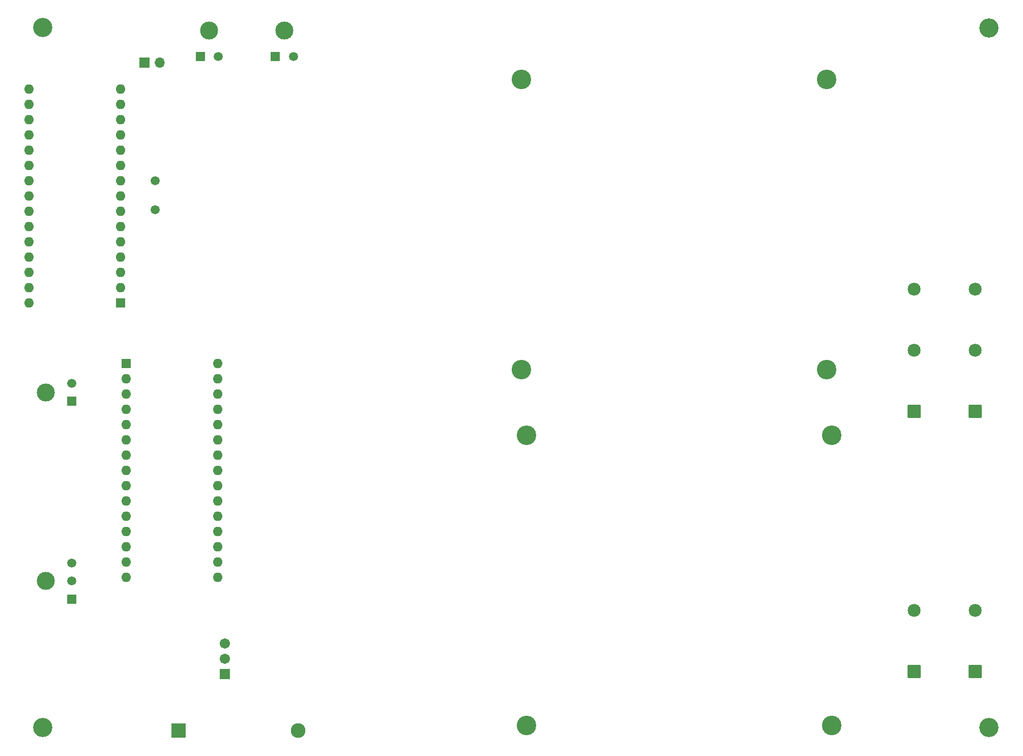
<source format=gbs>
G04 #@! TF.GenerationSoftware,KiCad,Pcbnew,8.0.6*
G04 #@! TF.CreationDate,2025-02-10T18:03:51-08:00*
G04 #@! TF.ProjectId,Urban MC,55726261-6e20-44d4-932e-6b696361645f,rev?*
G04 #@! TF.SameCoordinates,Original*
G04 #@! TF.FileFunction,Soldermask,Bot*
G04 #@! TF.FilePolarity,Negative*
%FSLAX46Y46*%
G04 Gerber Fmt 4.6, Leading zero omitted, Abs format (unit mm)*
G04 Created by KiCad (PCBNEW 8.0.6) date 2025-02-10 18:03:51*
%MOMM*%
%LPD*%
G01*
G04 APERTURE LIST*
G04 Aperture macros list*
%AMRoundRect*
0 Rectangle with rounded corners*
0 $1 Rounding radius*
0 $2 $3 $4 $5 $6 $7 $8 $9 X,Y pos of 4 corners*
0 Add a 4 corners polygon primitive as box body*
4,1,4,$2,$3,$4,$5,$6,$7,$8,$9,$2,$3,0*
0 Add four circle primitives for the rounded corners*
1,1,$1+$1,$2,$3*
1,1,$1+$1,$4,$5*
1,1,$1+$1,$6,$7*
1,1,$1+$1,$8,$9*
0 Add four rect primitives between the rounded corners*
20,1,$1+$1,$2,$3,$4,$5,0*
20,1,$1+$1,$4,$5,$6,$7,0*
20,1,$1+$1,$6,$7,$8,$9,0*
20,1,$1+$1,$8,$9,$2,$3,0*%
G04 Aperture macros list end*
%ADD10R,1.600000X1.600000*%
%ADD11O,1.600000X1.600000*%
%ADD12C,3.250000*%
%ADD13R,1.520000X1.520000*%
%ADD14C,1.520000*%
%ADD15C,2.999999*%
%ADD16C,1.500000*%
%ADD17RoundRect,0.102000X0.975000X-0.975000X0.975000X0.975000X-0.975000X0.975000X-0.975000X-0.975000X0*%
%ADD18C,2.154000*%
%ADD19C,3.200000*%
%ADD20R,1.700000X1.700000*%
%ADD21O,1.700000X1.700000*%
%ADD22RoundRect,0.102000X-1.125000X-1.125000X1.125000X-1.125000X1.125000X1.125000X-1.125000X1.125000X0*%
%ADD23C,2.454000*%
%ADD24RoundRect,0.102000X0.754000X-0.754000X0.754000X0.754000X-0.754000X0.754000X-0.754000X-0.754000X0*%
%ADD25C,1.712000*%
G04 APERTURE END LIST*
D10*
X109982000Y-78740000D03*
D11*
X109982000Y-76200000D03*
X109982000Y-73660000D03*
X109982000Y-71120000D03*
X109982000Y-68580000D03*
X109982000Y-66040000D03*
X109982000Y-63500000D03*
X109982000Y-60960000D03*
X109982000Y-58420000D03*
X109982000Y-55880000D03*
X109982000Y-53340000D03*
X109982000Y-50800000D03*
X109982000Y-48260000D03*
X109982000Y-45720000D03*
X109982000Y-43180000D03*
X94742000Y-43180000D03*
X94742000Y-45720000D03*
X94742000Y-48260000D03*
X94742000Y-50800000D03*
X94742000Y-53340000D03*
X94742000Y-55880000D03*
X94742000Y-58420000D03*
X94742000Y-60960000D03*
X94742000Y-63500000D03*
X94742000Y-66040000D03*
X94742000Y-68580000D03*
X94742000Y-71120000D03*
X94742000Y-73660000D03*
X94742000Y-76200000D03*
X94742000Y-78740000D03*
D10*
X110871000Y-88773000D03*
D11*
X110871000Y-91313000D03*
X110871000Y-93853000D03*
X110871000Y-96393000D03*
X110871000Y-98933000D03*
X110871000Y-101473000D03*
X110871000Y-104013000D03*
X110871000Y-106553000D03*
X110871000Y-109093000D03*
X110871000Y-111633000D03*
X110871000Y-114173000D03*
X110871000Y-116713000D03*
X110871000Y-119253000D03*
X110871000Y-121793000D03*
X110871000Y-124333000D03*
X126111000Y-124333000D03*
X126111000Y-121793000D03*
X126111000Y-119253000D03*
X126111000Y-116713000D03*
X126111000Y-114173000D03*
X126111000Y-111633000D03*
X126111000Y-109093000D03*
X126111000Y-106553000D03*
X126111000Y-104013000D03*
X126111000Y-101473000D03*
X126111000Y-98933000D03*
X126111000Y-96393000D03*
X126111000Y-93853000D03*
X126111000Y-91313000D03*
X126111000Y-88773000D03*
D12*
X177506000Y-100737252D03*
X177506000Y-148997252D03*
X228306000Y-100737252D03*
X228306000Y-148997252D03*
D13*
X101855999Y-127967999D03*
D14*
X101855999Y-124968000D03*
X101855999Y-121968001D03*
D15*
X97536000Y-124968000D03*
D16*
X115697000Y-58383000D03*
X115697000Y-63263000D03*
D17*
X242062000Y-140047500D03*
D18*
X242062000Y-129887500D03*
D17*
X252222000Y-140047500D03*
D18*
X252222000Y-129887500D03*
D19*
X97028000Y-149352000D03*
D20*
X113916577Y-38750639D03*
D21*
X116456577Y-38750639D03*
D19*
X254508000Y-33020000D03*
X97028000Y-32893000D03*
D15*
X124716425Y-33405789D03*
D14*
X126216424Y-37725788D03*
D13*
X123216425Y-37725788D03*
D12*
X176687000Y-41574000D03*
X176687000Y-89834000D03*
X227487000Y-41574000D03*
X227487000Y-89834000D03*
D17*
X242062000Y-96774000D03*
D18*
X242062000Y-86614000D03*
X242062000Y-76454000D03*
D17*
X252222000Y-96774000D03*
D18*
X252222000Y-86614000D03*
X252222000Y-76454000D03*
D19*
X254508000Y-149352000D03*
D13*
X135709506Y-37739236D03*
D14*
X138709505Y-37739236D03*
D15*
X137209506Y-33419237D03*
D13*
X101855999Y-95099000D03*
D14*
X101855999Y-92099001D03*
D15*
X97536000Y-93599000D03*
D22*
X119590000Y-149860000D03*
D23*
X139490000Y-149860000D03*
D24*
X127290000Y-140458000D03*
D25*
X127290000Y-137918000D03*
X127290000Y-135378000D03*
M02*

</source>
